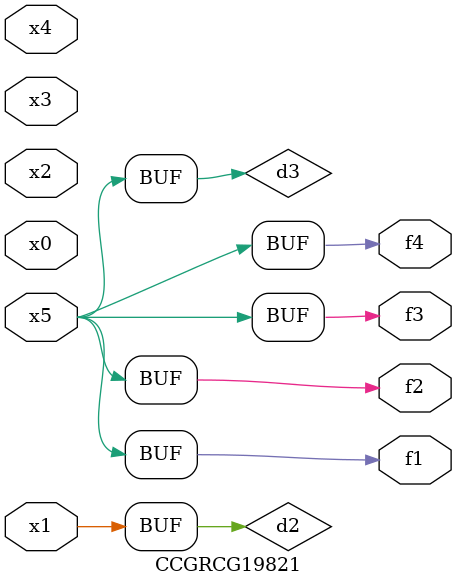
<source format=v>
module CCGRCG19821(
	input x0, x1, x2, x3, x4, x5,
	output f1, f2, f3, f4
);

	wire d1, d2, d3;

	not (d1, x5);
	or (d2, x1);
	xnor (d3, d1);
	assign f1 = d3;
	assign f2 = d3;
	assign f3 = d3;
	assign f4 = d3;
endmodule

</source>
